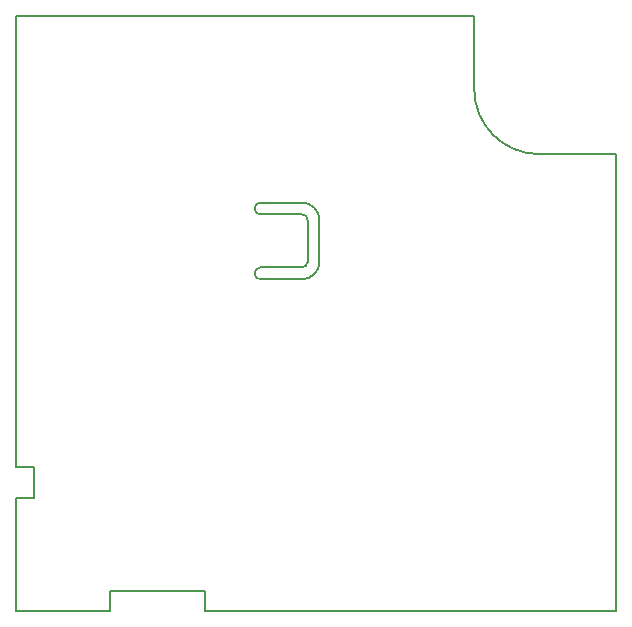
<source format=gm1>
G04*
G04 #@! TF.GenerationSoftware,Altium Limited,Altium Designer,21.0.9 (235)*
G04*
G04 Layer_Color=16711935*
%FSLAX24Y24*%
%MOIN*%
G70*
G04*
G04 #@! TF.SameCoordinates,7913F74A-1B9B-402C-A4C5-A7CF04877313*
G04*
G04*
G04 #@! TF.FilePolarity,Positive*
G04*
G01*
G75*
%ADD10C,0.0059*%
%ADD13C,0.0060*%
D10*
X15276Y17441D02*
G03*
X17441Y15276I2165J0D01*
G01*
X3150Y709D02*
X6299D01*
X3150Y39D02*
Y709D01*
X6299Y39D02*
Y709D01*
X0Y39D02*
X3150D01*
X6299D02*
X20000D01*
X0Y4835D02*
X614D01*
X0Y3811D02*
X614D01*
Y4835D01*
X0D02*
Y19882D01*
Y39D02*
Y3811D01*
X15276Y17441D02*
Y19882D01*
X17441Y15276D02*
X20000D01*
X0Y19882D02*
X15276D01*
X20000Y39D02*
Y15276D01*
D13*
X8150Y13661D02*
G03*
X8150Y13268I0J-197D01*
G01*
Y11496D02*
G03*
X8150Y11102I0J-197D01*
G01*
X9724Y13071D02*
G03*
X9528Y13268I-197J0D01*
G01*
Y11496D02*
G03*
X9724Y11693I0J197D01*
G01*
X9528Y11102D02*
G03*
X10118Y11693I0J591D01*
G01*
Y13071D02*
G03*
X9528Y13661I-591J0D01*
G01*
X8150D02*
X9528D01*
X10118Y11693D02*
Y13071D01*
X8150Y11102D02*
X9528D01*
X8150Y11496D02*
X9528D01*
X8150Y13268D02*
X9528D01*
X9724Y11693D02*
Y13071D01*
M02*

</source>
